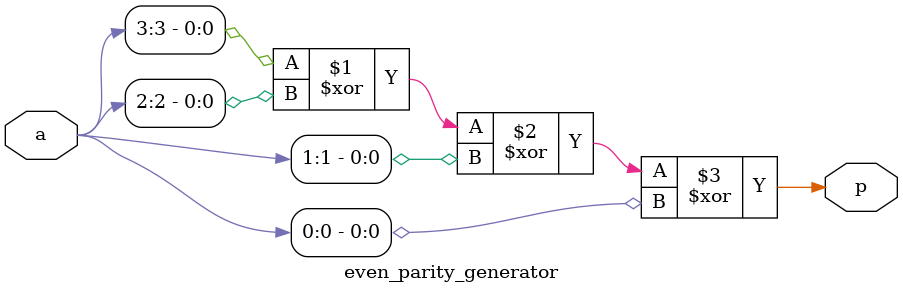
<source format=v>
module even_parity_generator(
     input [3:0] a,
	 output p
	 );
	 assign p = a[3] ^ a[2] ^ a[1] ^ a[0];
	endmodule
</source>
